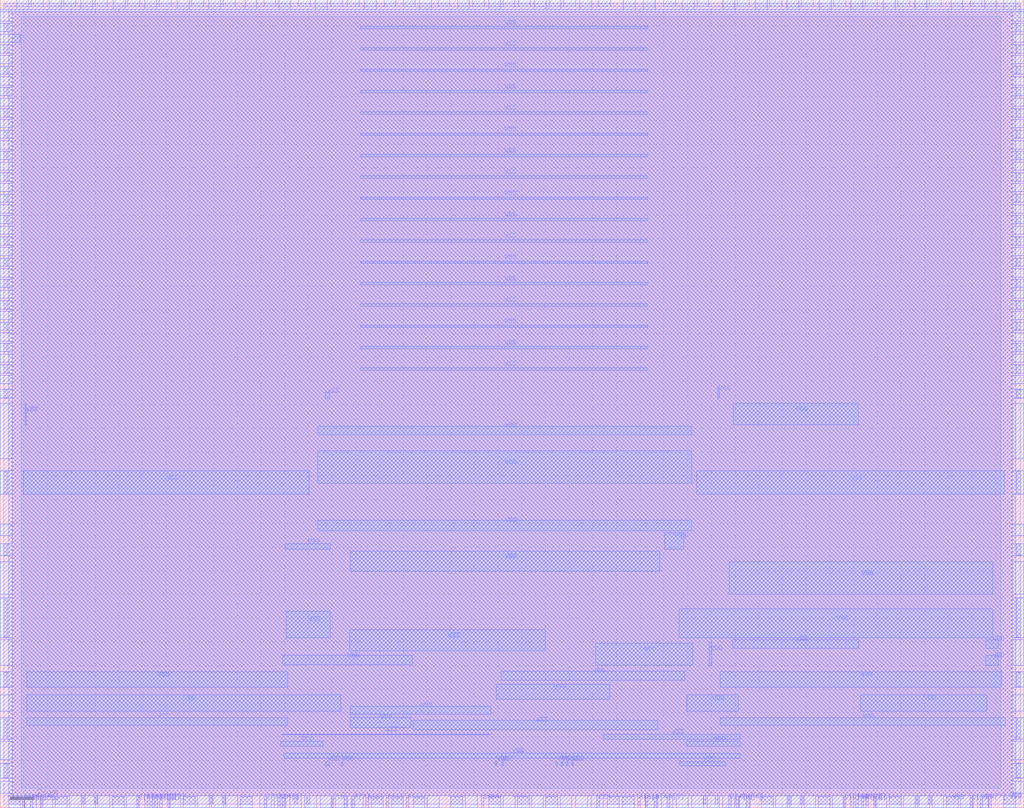
<source format=lef>
VERSION 5.7 ;
  NOWIREEXTENSIONATPIN ON ;
  DIVIDERCHAR "/" ;
  BUSBITCHARS "[]" ;
MACRO gf180mcu_fd_ip_sram__sram256x8m8wm1
  CLASS BLOCK ;
  FOREIGN gf180mcu_fd_ip_sram__sram256x8m8wm1 ;
  ORIGIN 0.000 0.000 ;
  SIZE 431.860 BY 340.880 ;
  SYMMETRY X Y R90 ;
  PIN A[7]
    DIRECTION INPUT ;
    USE SIGNAL ;
    ANTENNADIFFAREA 1.997600 ;
    PORT
      LAYER Metal2 ;
        RECT 148.525 0.000 149.645 5.000 ;
    END
  END A[7]
  PIN A[6]
    DIRECTION INPUT ;
    USE SIGNAL ;
    ANTENNADIFFAREA 1.997600 ;
    PORT
      LAYER Metal2 ;
        RECT 268.860 0.000 269.980 5.000 ;
    END
  END A[6]
  PIN A[5]
    DIRECTION INPUT ;
    USE SIGNAL ;
    ANTENNADIFFAREA 1.997600 ;
    PORT
      LAYER Metal2 ;
        RECT 272.085 0.000 273.205 5.000 ;
    END
  END A[5]
  PIN A[4]
    DIRECTION INPUT ;
    USE SIGNAL ;
    ANTENNADIFFAREA 1.997600 ;
    PORT
      LAYER Metal2 ;
        RECT 275.820 0.000 276.940 5.000 ;
    END
  END A[4]
  PIN A[3]
    DIRECTION INPUT ;
    USE SIGNAL ;
    ANTENNADIFFAREA 1.997600 ;
    PORT
      LAYER Metal2 ;
        RECT 281.325 0.000 282.445 5.000 ;
    END
  END A[3]
  PIN A[2]
    DIRECTION INPUT ;
    USE SIGNAL ;
    ANTENNADIFFAREA 1.997600 ;
    PORT
      LAYER Metal2 ;
        RECT 154.295 0.000 155.415 5.000 ;
    END
  END A[2]
  PIN A[1]
    DIRECTION INPUT ;
    USE SIGNAL ;
    ANTENNADIFFAREA 1.997600 ;
    PORT
      LAYER Metal2 ;
        RECT 162.760 0.000 163.880 5.000 ;
    END
  END A[1]
  PIN A[0]
    DIRECTION INPUT ;
    USE SIGNAL ;
    ANTENNADIFFAREA 1.997600 ;
    PORT
      LAYER Metal2 ;
        RECT 171.215 0.000 172.335 5.000 ;
    END
  END A[0]
  PIN CEN
    DIRECTION INPUT ;
    USE SIGNAL ;
    ANTENNADIFFAREA 1.997600 ;
    PORT
      LAYER Metal2 ;
        RECT 251.710 0.000 252.830 5.000 ;
    END
  END CEN
  PIN CLK
    DIRECTION INPUT ;
    USE SIGNAL ;
    ANTENNAGATEAREA 44.706600 ;
    PORT
      LAYER Metal2 ;
        RECT 139.680 0.000 140.800 5.000 ;
    END
  END CLK
  PIN D[7]
    DIRECTION INPUT ;
    USE SIGNAL ;
    ANTENNAGATEAREA 1.152000 ;
    PORT
      LAYER Metal2 ;
        RECT 416.860 0.000 417.980 5.000 ;
    END
  END D[7]
  PIN D[6]
    DIRECTION INPUT ;
    USE SIGNAL ;
    ANTENNAGATEAREA 1.152000 ;
    PORT
      LAYER Metal2 ;
        RECT 365.150 0.000 366.270 5.000 ;
    END
  END D[6]
  PIN D[5]
    DIRECTION INPUT ;
    USE SIGNAL ;
    ANTENNAGATEAREA 1.152000 ;
    PORT
      LAYER Metal2 ;
        RECT 358.910 0.000 360.030 5.000 ;
    END
  END D[5]
  PIN D[4]
    DIRECTION INPUT ;
    USE SIGNAL ;
    ANTENNAGATEAREA 1.152000 ;
    PORT
      LAYER Metal2 ;
        RECT 307.235 0.000 308.355 5.000 ;
    END
  END D[4]
  PIN D[3]
    DIRECTION INPUT ;
    USE SIGNAL ;
    ANTENNAGATEAREA 1.152000 ;
    PORT
      LAYER Metal2 ;
        RECT 118.975 0.000 120.095 5.000 ;
    END
  END D[3]
  PIN D[2]
    DIRECTION INPUT ;
    USE SIGNAL ;
    ANTENNAGATEAREA 1.152000 ;
    PORT
      LAYER Metal2 ;
        RECT 67.270 0.000 68.390 5.000 ;
    END
  END D[2]
  PIN D[1]
    DIRECTION INPUT ;
    USE SIGNAL ;
    ANTENNAGATEAREA 1.152000 ;
    PORT
      LAYER Metal2 ;
        RECT 61.030 0.000 62.150 5.000 ;
    END
  END D[1]
  PIN D[0]
    DIRECTION INPUT ;
    USE SIGNAL ;
    ANTENNAGATEAREA 1.152000 ;
    PORT
      LAYER Metal2 ;
        RECT 9.320 0.000 10.440 5.000 ;
    END
  END D[0]
  PIN GWEN
    DIRECTION INPUT ;
    USE SIGNAL ;
    ANTENNAGATEAREA 14.466000 ;
    PORT
      LAYER Metal2 ;
        RECT 202.940 0.000 204.060 5.000 ;
    END
  END GWEN
  PIN Q[7]
    DIRECTION OUTPUT ;
    USE SIGNAL ;
    ANTENNADIFFAREA 11.328000 ;
    PORT
      LAYER Metal2 ;
        RECT 409.275 0.000 410.395 5.000 ;
    END
  END Q[7]
  PIN Q[6]
    DIRECTION OUTPUT ;
    USE SIGNAL ;
    ANTENNADIFFAREA 11.328000 ;
    PORT
      LAYER Metal2 ;
        RECT 368.515 0.000 369.635 5.000 ;
    END
  END Q[6]
  PIN Q[5]
    DIRECTION OUTPUT ;
    USE SIGNAL ;
    ANTENNADIFFAREA 11.328000 ;
    PORT
      LAYER Metal2 ;
        RECT 355.545 0.000 356.665 5.000 ;
    END
  END Q[5]
  PIN Q[4]
    DIRECTION OUTPUT ;
    USE SIGNAL ;
    ANTENNADIFFAREA 11.328000 ;
    PORT
      LAYER Metal2 ;
        RECT 314.790 0.000 315.910 5.000 ;
    END
  END Q[4]
  PIN Q[3]
    DIRECTION OUTPUT ;
    USE SIGNAL ;
    ANTENNADIFFAREA 11.328000 ;
    PORT
      LAYER Metal2 ;
        RECT 111.395 0.000 112.515 5.000 ;
    END
  END Q[3]
  PIN Q[2]
    DIRECTION OUTPUT ;
    USE SIGNAL ;
    ANTENNADIFFAREA 11.328000 ;
    PORT
      LAYER Metal2 ;
        RECT 70.635 0.000 71.755 5.000 ;
    END
  END Q[2]
  PIN Q[1]
    DIRECTION OUTPUT ;
    USE SIGNAL ;
    ANTENNADIFFAREA 11.328000 ;
    PORT
      LAYER Metal2 ;
        RECT 57.665 0.000 58.785 5.000 ;
    END
  END Q[1]
  PIN Q[0]
    DIRECTION OUTPUT ;
    USE SIGNAL ;
    ANTENNADIFFAREA 11.328000 ;
    PORT
      LAYER Metal2 ;
        RECT 16.900 0.000 18.020 5.000 ;
    END
  END Q[0]
  PIN VDD
    DIRECTION INOUT ;
    USE POWER ;
    PORT
      LAYER Metal2 ;
        RECT 3.530 335.880 430.450 336.880 ;
        RECT 3.530 5.000 5.000 335.880 ;
        RECT 426.860 331.880 430.450 335.880 ;
        RECT 426.860 5.000 428.330 331.880 ;
        RECT 3.530 1.410 8.530 5.000 ;
        RECT 423.330 1.410 428.330 5.000 ;
      LAYER Metal3 ;
        RECT 7.005 336.880 12.005 340.880 ;
        RECT 20.685 336.880 25.685 340.880 ;
        RECT 34.005 336.880 39.005 340.880 ;
        RECT 47.685 336.880 52.685 340.880 ;
        RECT 61.005 336.880 66.005 340.880 ;
        RECT 74.685 336.880 79.685 340.880 ;
        RECT 88.005 336.880 93.005 340.880 ;
        RECT 103.265 336.880 108.265 340.880 ;
        RECT 117.415 336.880 122.415 340.880 ;
        RECT 132.860 336.880 137.860 340.880 ;
        RECT 153.550 336.880 158.550 340.880 ;
        RECT 177.075 336.880 182.075 340.880 ;
        RECT 192.925 336.880 197.925 340.880 ;
        RECT 206.150 336.880 211.150 340.880 ;
        RECT 225.345 336.880 230.345 340.880 ;
        RECT 231.565 336.880 236.565 340.880 ;
        RECT 244.505 336.880 249.505 340.880 ;
        RECT 262.845 336.880 267.845 340.880 ;
        RECT 271.310 336.880 276.310 340.880 ;
        RECT 287.735 336.880 292.735 340.880 ;
        RECT 304.885 336.880 309.885 340.880 ;
        RECT 318.565 336.880 323.565 340.880 ;
        RECT 331.885 337.840 336.890 340.880 ;
        RECT 331.890 336.880 336.890 337.840 ;
        RECT 345.565 336.880 350.565 340.880 ;
        RECT 358.885 336.880 363.885 340.880 ;
        RECT 372.565 336.880 377.565 340.880 ;
        RECT 385.885 336.880 390.885 340.880 ;
        RECT 401.145 336.880 406.145 340.880 ;
        RECT 415.295 336.880 420.295 340.880 ;
        RECT 423.330 336.880 428.330 340.880 ;
        RECT 0.000 335.880 431.860 336.880 ;
        RECT 0.000 331.880 5.000 335.880 ;
        RECT 426.860 331.880 431.860 335.880 ;
        RECT 0.000 322.880 8.530 326.380 ;
        RECT 426.860 322.880 431.860 326.380 ;
        RECT 0.000 313.880 5.000 317.380 ;
        RECT 426.860 313.880 431.860 317.380 ;
        RECT 0.000 304.880 5.000 308.380 ;
        RECT 426.860 304.880 431.860 308.380 ;
        RECT 0.000 295.880 5.000 299.380 ;
        RECT 426.860 295.880 431.860 299.380 ;
        RECT 0.000 286.880 5.000 290.380 ;
        RECT 426.860 286.880 431.860 290.380 ;
        RECT 0.000 277.880 5.000 281.380 ;
        RECT 426.860 277.880 431.860 281.380 ;
        RECT 0.000 268.880 5.000 272.380 ;
        RECT 426.860 268.880 431.860 272.380 ;
        RECT 0.000 259.880 5.000 263.380 ;
        RECT 426.860 259.880 431.860 263.380 ;
        RECT 0.000 250.880 5.000 254.380 ;
        RECT 426.860 250.880 431.860 254.380 ;
        RECT 0.000 241.880 5.000 245.380 ;
        RECT 426.860 241.880 431.860 245.380 ;
        RECT 0.000 232.880 5.000 236.380 ;
        RECT 426.860 232.880 431.860 236.380 ;
        RECT 0.000 223.880 5.000 227.380 ;
        RECT 426.860 223.880 431.860 227.380 ;
        RECT 0.000 214.880 5.000 218.380 ;
        RECT 426.860 214.880 431.860 218.380 ;
        RECT 0.000 205.880 5.000 209.380 ;
        RECT 426.860 205.880 431.860 209.380 ;
        RECT 0.000 196.880 5.000 200.380 ;
        RECT 426.860 196.880 431.860 200.380 ;
        RECT 0.000 187.880 5.000 191.380 ;
        RECT 426.860 187.880 431.860 191.380 ;
        RECT 0.000 178.880 5.000 182.380 ;
        RECT 426.860 178.880 431.860 182.380 ;
        RECT 0.000 147.150 5.000 170.625 ;
        RECT 426.860 147.150 431.860 170.625 ;
        RECT 0.000 114.690 5.000 119.690 ;
        RECT 426.860 114.690 431.860 119.690 ;
        RECT 0.000 90.080 5.000 103.695 ;
        RECT 426.860 90.080 431.860 103.695 ;
        RECT 0.000 60.180 5.000 70.890 ;
        RECT 426.860 60.180 431.860 70.890 ;
        RECT 0.000 40.760 5.000 47.575 ;
        RECT 426.860 40.760 431.860 47.575 ;
        RECT 0.000 20.300 5.000 28.145 ;
        RECT 426.860 20.300 431.860 28.145 ;
        RECT 0.000 6.160 5.000 11.160 ;
        RECT 3.530 5.000 5.000 6.160 ;
        RECT 426.860 6.160 431.860 11.160 ;
        RECT 426.860 5.000 428.330 6.160 ;
        RECT 3.530 0.000 8.530 5.000 ;
        RECT 10.195 0.000 15.195 5.000 ;
        RECT 17.210 0.000 22.210 5.000 ;
        RECT 29.210 0.000 34.210 5.000 ;
        RECT 35.210 0.000 40.210 5.000 ;
        RECT 41.210 0.000 46.210 5.000 ;
        RECT 53.210 0.000 58.210 5.000 ;
        RECT 62.215 0.000 67.215 5.000 ;
        RECT 71.210 0.000 76.210 5.000 ;
        RECT 83.210 0.000 88.210 5.000 ;
        RECT 89.210 0.000 94.210 5.000 ;
        RECT 95.210 0.000 100.210 5.000 ;
        RECT 109.550 0.000 114.550 5.000 ;
        RECT 115.550 0.000 120.550 5.000 ;
        RECT 122.050 0.000 127.050 5.000 ;
        RECT 128.550 0.000 133.550 5.000 ;
        RECT 135.050 0.000 140.050 5.000 ;
        RECT 141.550 0.000 146.550 5.000 ;
        RECT 148.050 0.000 153.050 5.000 ;
        RECT 180.155 0.000 185.155 5.000 ;
        RECT 196.140 0.000 201.140 5.000 ;
        RECT 212.165 0.000 217.165 5.000 ;
        RECT 224.165 0.000 229.165 5.000 ;
        RECT 236.165 0.000 241.165 5.000 ;
        RECT 242.830 0.000 247.830 5.000 ;
        RECT 249.380 0.000 254.380 5.000 ;
        RECT 272.290 0.000 277.290 5.000 ;
        RECT 278.790 0.000 283.790 5.000 ;
        RECT 285.290 0.000 290.290 5.000 ;
        RECT 291.790 0.000 296.790 5.000 ;
        RECT 298.290 0.000 303.290 5.000 ;
        RECT 304.790 0.000 309.790 5.000 ;
        RECT 311.475 0.000 316.475 5.000 ;
        RECT 327.090 0.000 332.090 5.000 ;
        RECT 333.090 0.000 338.090 5.000 ;
        RECT 339.090 0.000 344.090 5.000 ;
        RECT 351.090 0.000 356.090 5.000 ;
        RECT 360.085 0.000 365.085 5.000 ;
        RECT 369.090 0.000 374.090 5.000 ;
        RECT 381.090 0.000 386.090 5.000 ;
        RECT 387.090 0.000 392.090 5.000 ;
        RECT 393.090 0.000 398.090 5.000 ;
        RECT 405.090 0.000 410.090 5.000 ;
        RECT 412.095 0.000 417.095 5.000 ;
        RECT 423.330 0.000 428.330 5.000 ;
    END
    PORT
      LAYER Metal3 ;
        RECT 11.130 40.770 143.645 47.575 ;
    END
    PORT
      LAYER Metal3 ;
        RECT 147.685 33.720 173.110 38.260 ;
    END
    PORT
      LAYER Metal3 ;
        RECT 10.475 161.575 10.940 170.630 ;
    END
    PORT
      LAYER Metal3 ;
        RECT 133.860 157.430 291.755 160.995 ;
    END
    PORT
      LAYER Metal3 ;
        RECT 133.860 136.910 291.755 150.525 ;
    END
    PORT
      LAYER Metal3 ;
        RECT 309.265 161.575 361.915 170.625 ;
    END
    PORT
      LAYER Metal3 ;
        RECT 133.850 116.850 291.740 121.390 ;
    END
    PORT
      LAYER Metal3 ;
        RECT 147.565 99.845 278.225 108.125 ;
    END
    PORT
      LAYER Metal3 ;
        RECT 307.510 90.075 418.815 103.695 ;
    END
    PORT
      LAYER Metal3 ;
        RECT 119.105 60.230 173.805 64.235 ;
    END
    PORT
      LAYER Metal3 ;
        RECT 251.140 60.175 292.105 69.330 ;
    END
    PORT
      LAYER Metal3 ;
        RECT 299.130 60.175 300.130 70.085 ;
    END
    PORT
      LAYER Metal3 ;
        RECT 309.035 67.305 362.145 70.890 ;
    END
    PORT
      LAYER Metal3 ;
        RECT 415.845 60.175 421.105 64.235 ;
    END
    PORT
      LAYER Metal3 ;
        RECT 415.845 67.305 421.105 70.895 ;
    END
    PORT
      LAYER Metal3 ;
        RECT 289.545 40.770 311.390 47.580 ;
    END
    PORT
      LAYER Metal3 ;
        RECT 363.010 40.760 416.170 47.575 ;
    END
    PORT
      LAYER Metal3 ;
        RECT 118.435 25.875 136.070 28.150 ;
    END
    PORT
      LAYER Metal3 ;
        RECT 119.545 20.830 312.145 23.095 ;
    END
    PORT
      LAYER Metal3 ;
        RECT 289.545 25.875 312.145 28.150 ;
    END
  END VDD
  PIN VSS
    DIRECTION INOUT ;
    USE GROUND ;
    PORT
      LAYER Metal1 ;
        RECT 1.410 335.880 430.450 339.470 ;
        RECT 1.410 5.000 5.000 335.880 ;
        RECT 426.860 5.000 430.450 335.880 ;
        RECT 1.410 1.410 430.450 5.000 ;
      LAYER Metal2 ;
        RECT 1.410 337.840 430.450 339.470 ;
        RECT 1.410 327.390 3.030 330.870 ;
        RECT 428.830 327.390 430.450 330.870 ;
        RECT 1.410 318.390 3.030 321.870 ;
        RECT 428.830 318.390 430.450 321.870 ;
        RECT 1.410 309.390 3.030 312.870 ;
        RECT 428.830 309.390 430.450 312.870 ;
        RECT 1.410 300.390 3.030 303.870 ;
        RECT 428.830 300.390 430.450 303.870 ;
        RECT 1.410 291.390 3.030 294.870 ;
        RECT 428.830 291.390 430.450 294.870 ;
        RECT 1.410 282.390 3.030 285.870 ;
        RECT 428.830 282.390 430.450 285.870 ;
        RECT 1.410 273.390 3.030 276.870 ;
        RECT 428.830 273.390 430.450 276.870 ;
        RECT 1.410 264.390 3.030 267.870 ;
        RECT 428.830 264.390 430.450 267.870 ;
        RECT 1.410 255.390 3.030 258.870 ;
        RECT 428.830 255.390 430.450 258.870 ;
        RECT 1.410 246.390 3.030 249.870 ;
        RECT 428.830 246.390 430.450 249.870 ;
        RECT 1.410 237.390 3.030 240.870 ;
        RECT 428.830 237.390 430.450 240.870 ;
        RECT 1.410 228.390 3.030 231.870 ;
        RECT 428.830 228.390 430.450 231.870 ;
        RECT 1.410 219.390 3.030 222.870 ;
        RECT 428.830 219.390 430.450 222.870 ;
        RECT 1.410 210.390 3.030 213.870 ;
        RECT 428.830 210.390 430.450 213.870 ;
        RECT 1.410 201.390 3.030 204.870 ;
        RECT 428.830 201.390 430.450 204.870 ;
        RECT 1.410 192.390 3.030 195.870 ;
        RECT 428.830 192.390 430.450 195.870 ;
        RECT 1.410 183.390 3.030 186.870 ;
        RECT 428.830 183.390 430.450 186.870 ;
        RECT 1.410 172.890 3.030 176.370 ;
        RECT 428.830 172.890 430.450 176.370 ;
        RECT 1.410 132.690 3.030 141.750 ;
        RECT 428.830 132.690 430.450 141.750 ;
        RECT 1.410 106.555 3.030 111.275 ;
        RECT 428.830 106.555 430.450 111.275 ;
        RECT 1.410 71.990 3.030 88.490 ;
        RECT 428.830 71.990 430.450 88.490 ;
        RECT 1.410 51.135 3.030 57.095 ;
        RECT 428.830 51.135 430.450 57.095 ;
        RECT 1.410 28.855 3.030 37.915 ;
        RECT 428.830 28.855 430.450 37.915 ;
        RECT 1.410 12.635 3.030 18.595 ;
        RECT 428.830 12.635 430.450 18.595 ;
        RECT 23.210 1.410 28.210 5.000 ;
        RECT 34.635 1.410 35.755 5.000 ;
        RECT 39.730 1.410 40.850 5.000 ;
        RECT 47.210 1.410 52.210 5.000 ;
        RECT 77.210 1.410 82.210 5.000 ;
        RECT 88.635 1.410 89.755 5.000 ;
        RECT 93.730 1.410 94.850 5.000 ;
        RECT 101.210 1.410 106.210 5.000 ;
        RECT 124.280 1.410 125.400 5.000 ;
        RECT 129.365 1.410 130.485 5.000 ;
        RECT 145.030 0.000 146.150 5.000 ;
        RECT 156.620 1.410 161.620 5.000 ;
        RECT 165.110 1.410 170.110 5.000 ;
        RECT 174.155 1.410 179.155 5.000 ;
        RECT 190.140 1.410 195.140 5.000 ;
        RECT 206.165 1.410 211.165 5.000 ;
        RECT 218.165 1.410 223.165 5.000 ;
        RECT 230.165 1.410 235.165 5.000 ;
        RECT 256.165 1.410 261.165 5.000 ;
        RECT 262.390 1.410 267.390 5.000 ;
        RECT 296.565 1.410 297.685 5.000 ;
        RECT 301.650 1.410 302.770 5.000 ;
        RECT 321.090 1.410 326.090 5.000 ;
        RECT 332.510 1.410 333.630 5.000 ;
        RECT 337.605 1.410 338.725 5.000 ;
        RECT 345.090 1.410 350.090 5.000 ;
        RECT 375.090 1.410 380.090 5.000 ;
        RECT 386.505 1.410 387.625 5.000 ;
        RECT 391.600 1.410 392.720 5.000 ;
        RECT 399.090 1.410 404.090 5.000 ;
      LAYER Metal3 ;
        RECT 13.130 337.840 18.130 340.880 ;
        RECT 26.810 337.840 31.810 340.880 ;
        RECT 40.130 337.840 45.130 340.880 ;
        RECT 53.810 337.840 58.810 340.880 ;
        RECT 67.130 337.840 72.130 340.880 ;
        RECT 80.810 337.840 85.810 340.880 ;
        RECT 94.130 337.840 99.130 340.880 ;
        RECT 111.290 337.840 116.290 340.880 ;
        RECT 125.790 337.840 130.790 340.880 ;
        RECT 139.385 337.840 144.385 340.880 ;
        RECT 146.365 337.840 151.365 340.880 ;
        RECT 161.905 337.840 166.905 340.880 ;
        RECT 170.120 337.840 175.120 340.880 ;
        RECT 184.740 337.840 189.740 340.880 ;
        RECT 199.410 337.840 204.410 340.880 ;
        RECT 212.150 337.840 217.150 340.880 ;
        RECT 218.565 337.840 223.565 340.880 ;
        RECT 237.690 337.840 242.690 340.880 ;
        RECT 252.325 337.840 257.325 340.880 ;
        RECT 279.950 337.840 284.950 340.880 ;
        RECT 293.955 337.840 298.955 340.880 ;
        RECT 311.010 337.840 316.010 340.880 ;
        RECT 324.690 337.840 329.690 340.880 ;
        RECT 338.010 337.840 343.015 340.880 ;
        RECT 351.690 337.840 356.690 340.880 ;
        RECT 365.010 337.840 370.010 340.880 ;
        RECT 378.690 337.840 383.690 340.880 ;
        RECT 392.010 337.840 397.010 340.880 ;
        RECT 409.170 337.840 414.170 340.880 ;
        RECT 0.000 327.380 5.000 330.880 ;
        RECT 426.860 327.380 431.860 330.880 ;
        RECT 0.000 318.380 5.000 321.880 ;
        RECT 426.860 318.380 431.860 321.880 ;
        RECT 0.000 309.380 5.000 312.880 ;
        RECT 426.860 309.380 431.860 312.880 ;
        RECT 0.000 300.380 5.000 303.880 ;
        RECT 426.860 300.380 431.860 303.880 ;
        RECT 0.000 291.380 5.000 294.880 ;
        RECT 426.860 291.380 431.860 294.880 ;
        RECT 0.000 282.380 5.000 285.880 ;
        RECT 426.860 282.380 431.860 285.880 ;
        RECT 0.000 273.380 5.000 276.880 ;
        RECT 426.860 273.380 431.860 276.880 ;
        RECT 0.000 264.380 5.000 267.880 ;
        RECT 426.860 264.380 431.860 267.880 ;
        RECT 0.000 255.380 5.000 258.880 ;
        RECT 426.860 255.380 431.860 258.880 ;
        RECT 0.000 246.380 5.000 249.880 ;
        RECT 426.860 246.380 431.860 249.880 ;
        RECT 0.000 237.380 5.000 240.880 ;
        RECT 426.860 237.380 431.860 240.880 ;
        RECT 0.000 228.380 5.000 231.880 ;
        RECT 426.860 228.380 431.860 231.880 ;
        RECT 0.000 219.380 5.000 222.880 ;
        RECT 426.860 219.380 431.860 222.880 ;
        RECT 0.000 210.380 5.000 213.880 ;
        RECT 426.860 210.380 431.860 213.880 ;
        RECT 0.000 201.380 5.000 204.880 ;
        RECT 426.860 201.380 431.860 204.880 ;
        RECT 0.000 192.380 5.000 195.880 ;
        RECT 426.860 192.380 431.860 195.880 ;
        RECT 0.000 183.380 5.000 186.880 ;
        RECT 426.860 183.380 431.860 186.880 ;
        RECT 0.000 172.680 5.000 176.630 ;
        RECT 426.860 172.680 431.860 176.630 ;
        RECT 0.000 132.175 5.000 142.080 ;
        RECT 426.860 132.175 431.860 142.080 ;
        RECT 0.000 106.410 5.000 111.410 ;
        RECT 426.860 106.410 431.860 111.410 ;
        RECT 0.000 71.640 5.000 88.650 ;
        RECT 426.860 71.640 431.860 88.650 ;
        RECT 0.000 50.880 5.000 57.465 ;
        RECT 426.860 50.880 431.860 57.465 ;
        RECT 0.000 28.830 5.000 37.980 ;
        RECT 426.860 28.830 431.860 37.980 ;
        RECT 0.000 12.510 5.000 18.860 ;
        RECT 426.860 12.510 431.860 18.860 ;
        RECT 23.210 0.000 28.210 4.660 ;
        RECT 47.210 0.000 52.210 4.660 ;
        RECT 77.210 0.000 82.210 4.660 ;
        RECT 101.210 0.000 106.210 4.660 ;
        RECT 156.620 0.000 161.620 4.660 ;
        RECT 165.110 0.000 170.110 4.660 ;
        RECT 174.155 0.000 179.155 4.660 ;
        RECT 190.140 0.000 195.140 4.660 ;
        RECT 206.165 0.000 211.165 4.660 ;
        RECT 218.165 0.000 223.165 4.660 ;
        RECT 230.165 0.000 235.165 4.660 ;
        RECT 256.165 0.000 261.165 4.660 ;
        RECT 262.390 0.000 267.390 4.660 ;
        RECT 321.090 0.000 326.090 4.660 ;
        RECT 345.090 0.000 350.090 4.660 ;
        RECT 375.090 0.000 380.090 4.660 ;
        RECT 399.090 0.000 404.090 4.660 ;
    END
    PORT
      LAYER Metal3 ;
        RECT 9.770 132.175 130.350 142.170 ;
    END
    PORT
      LAYER Metal3 ;
        RECT 11.245 50.870 121.250 57.455 ;
    END
    PORT
      LAYER Metal3 ;
        RECT 137.210 172.470 138.910 175.310 ;
    END
    PORT
      LAYER Metal3 ;
        RECT 152.010 328.630 273.110 329.640 ;
    END
    PORT
      LAYER Metal3 ;
        RECT 152.015 319.630 273.110 320.640 ;
    END
    PORT
      LAYER Metal3 ;
        RECT 152.015 310.630 273.110 311.640 ;
    END
    PORT
      LAYER Metal3 ;
        RECT 152.015 301.630 273.110 302.640 ;
    END
    PORT
      LAYER Metal3 ;
        RECT 152.015 292.630 273.110 293.640 ;
    END
    PORT
      LAYER Metal3 ;
        RECT 152.015 283.630 273.110 284.640 ;
    END
    PORT
      LAYER Metal3 ;
        RECT 152.015 274.630 273.110 275.640 ;
    END
    PORT
      LAYER Metal3 ;
        RECT 152.015 265.630 273.110 266.640 ;
    END
    PORT
      LAYER Metal3 ;
        RECT 152.015 256.630 273.110 257.640 ;
    END
    PORT
      LAYER Metal3 ;
        RECT 152.015 247.630 273.110 248.640 ;
    END
    PORT
      LAYER Metal3 ;
        RECT 152.015 238.630 273.110 239.640 ;
    END
    PORT
      LAYER Metal3 ;
        RECT 152.015 229.630 273.110 230.640 ;
    END
    PORT
      LAYER Metal3 ;
        RECT 152.015 220.630 273.110 221.640 ;
    END
    PORT
      LAYER Metal3 ;
        RECT 152.015 211.630 273.110 212.640 ;
    END
    PORT
      LAYER Metal3 ;
        RECT 152.015 202.630 273.110 203.640 ;
    END
    PORT
      LAYER Metal3 ;
        RECT 152.015 193.630 273.110 194.640 ;
    END
    PORT
      LAYER Metal3 ;
        RECT 152.015 184.630 273.110 185.640 ;
    END
    PORT
      LAYER Metal3 ;
        RECT 302.795 172.680 303.235 176.935 ;
    END
    PORT
      LAYER Metal3 ;
        RECT 293.925 132.175 423.585 142.170 ;
    END
    PORT
      LAYER Metal3 ;
        RECT 120.180 109.130 139.130 111.410 ;
    END
    PORT
      LAYER Metal3 ;
        RECT 280.390 109.130 288.385 115.995 ;
    END
    PORT
      LAYER Metal3 ;
        RECT 120.555 71.645 139.140 82.990 ;
    END
    PORT
      LAYER Metal3 ;
        RECT 147.390 66.215 229.885 75.075 ;
    END
    PORT
      LAYER Metal3 ;
        RECT 286.475 71.635 418.815 83.920 ;
    END
    PORT
      LAYER Metal3 ;
        RECT 211.305 53.700 288.680 57.635 ;
    END
    PORT
      LAYER Metal3 ;
        RECT 303.680 50.865 422.410 57.455 ;
    END
    PORT
      LAYER Metal3 ;
        RECT 11.245 34.900 121.250 37.975 ;
    END
    PORT
      LAYER Metal3 ;
        RECT 118.435 30.885 206.985 30.995 ;
    END
    PORT
      LAYER Metal3 ;
        RECT 147.565 39.500 206.985 42.910 ;
    END
    PORT
      LAYER Metal3 ;
        RECT 174.300 32.960 277.410 36.960 ;
    END
    PORT
      LAYER Metal3 ;
        RECT 209.285 45.825 257.150 52.100 ;
    END
    PORT
      LAYER Metal3 ;
        RECT 254.610 28.830 312.145 30.995 ;
    END
    PORT
      LAYER Metal3 ;
        RECT 303.680 34.900 423.935 37.975 ;
    END
    PORT
      LAYER Metal3 ;
        RECT 137.190 17.620 138.890 19.380 ;
    END
    PORT
      LAYER Metal3 ;
        RECT 143.820 17.620 144.470 19.380 ;
    END
    PORT
      LAYER Metal3 ;
        RECT 208.870 17.620 209.520 19.380 ;
    END
    PORT
      LAYER Metal3 ;
        RECT 211.495 17.620 212.145 19.380 ;
    END
    PORT
      LAYER Metal3 ;
        RECT 234.365 17.620 235.015 19.380 ;
    END
    PORT
      LAYER Metal3 ;
        RECT 236.605 17.620 237.255 19.380 ;
    END
    PORT
      LAYER Metal3 ;
        RECT 238.845 17.620 239.495 19.380 ;
    END
    PORT
      LAYER Metal3 ;
        RECT 241.085 17.620 241.735 19.380 ;
    END
    PORT
      LAYER Metal3 ;
        RECT 286.725 17.620 306.075 19.380 ;
    END
  END VSS
  PIN WEN[7]
    DIRECTION INPUT ;
    USE SIGNAL ;
    ANTENNAGATEAREA 1.938000 ;
    PORT
      LAYER Metal2 ;
        RECT 413.475 0.000 414.595 5.000 ;
    END
  END WEN[7]
  PIN WEN[6]
    DIRECTION INPUT ;
    USE SIGNAL ;
    ANTENNAGATEAREA 1.938000 ;
    PORT
      LAYER Metal2 ;
        RECT 363.150 0.000 364.270 5.000 ;
    END
  END WEN[6]
  PIN WEN[5]
    DIRECTION INPUT ;
    USE SIGNAL ;
    ANTENNAGATEAREA 1.938000 ;
    PORT
      LAYER Metal2 ;
        RECT 360.900 0.000 362.020 5.000 ;
    END
  END WEN[5]
  PIN WEN[4]
    DIRECTION INPUT ;
    USE SIGNAL ;
    ANTENNAGATEAREA 1.938000 ;
    PORT
      LAYER Metal2 ;
        RECT 310.575 0.000 311.695 5.000 ;
    END
  END WEN[4]
  PIN WEN[3]
    DIRECTION INPUT ;
    USE SIGNAL ;
    ANTENNAGATEAREA 1.938000 ;
    PORT
      LAYER Metal2 ;
        RECT 117.020 0.000 118.140 5.000 ;
    END
  END WEN[3]
  PIN WEN[2]
    DIRECTION INPUT ;
    USE SIGNAL ;
    ANTENNAGATEAREA 1.938000 ;
    PORT
      LAYER Metal2 ;
        RECT 65.270 0.000 66.390 5.000 ;
    END
  END WEN[2]
  PIN WEN[1]
    DIRECTION INPUT ;
    USE SIGNAL ;
    ANTENNAGATEAREA 1.938000 ;
    PORT
      LAYER Metal2 ;
        RECT 63.020 0.000 64.140 5.000 ;
    END
  END WEN[1]
  PIN WEN[0]
    DIRECTION INPUT ;
    USE SIGNAL ;
    ANTENNAGATEAREA 1.938000 ;
    PORT
      LAYER Metal2 ;
        RECT 12.695 0.000 13.815 5.000 ;
    END
  END WEN[0]
  OBS
      LAYER Nwell ;
        RECT 8.870 8.245 422.170 333.950 ;
      LAYER Metal1 ;
        RECT 5.000 5.000 426.860 335.880 ;
      LAYER Metal2 ;
        RECT 5.000 5.000 426.860 335.880 ;
      LAYER Metal3 ;
        RECT 5.000 5.000 426.860 335.880 ;
  END
END gf180mcu_fd_ip_sram__sram256x8m8wm1
END LIBRARY


</source>
